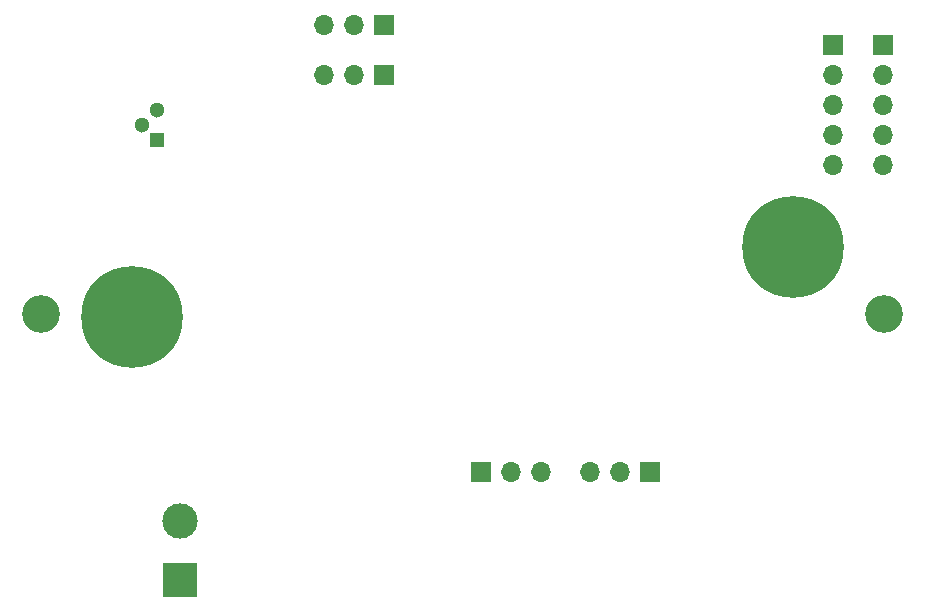
<source format=gbr>
%TF.GenerationSoftware,KiCad,Pcbnew,(5.1.12)-1*%
%TF.CreationDate,2022-02-03T12:58:41+01:00*%
%TF.ProjectId,colibri_01,636f6c69-6272-4695-9f30-312e6b696361,rev?*%
%TF.SameCoordinates,Original*%
%TF.FileFunction,Soldermask,Bot*%
%TF.FilePolarity,Negative*%
%FSLAX46Y46*%
G04 Gerber Fmt 4.6, Leading zero omitted, Abs format (unit mm)*
G04 Created by KiCad (PCBNEW (5.1.12)-1) date 2022-02-03 12:58:41*
%MOMM*%
%LPD*%
G01*
G04 APERTURE LIST*
%ADD10C,3.200000*%
%ADD11C,0.900000*%
%ADD12C,8.600000*%
%ADD13R,1.300000X1.300000*%
%ADD14C,1.300000*%
%ADD15O,1.700000X1.700000*%
%ADD16R,1.700000X1.700000*%
%ADD17C,3.000000*%
%ADD18R,3.000000X3.000000*%
G04 APERTURE END LIST*
D10*
%TO.C,C1*%
X185600000Y-91000000D03*
X114200000Y-91000000D03*
%TD*%
D11*
%TO.C,M4*%
X124230419Y-88969581D03*
X121950000Y-88025000D03*
X119669581Y-88969581D03*
X118725000Y-91250000D03*
X119669581Y-93530419D03*
X121950000Y-94475000D03*
X124230419Y-93530419D03*
X125175000Y-91250000D03*
D12*
X121950000Y-91250000D03*
%TD*%
D11*
%TO.C,M4*%
X180130419Y-83069581D03*
X177850000Y-82125000D03*
X175569581Y-83069581D03*
X174625000Y-85350000D03*
X175569581Y-87630419D03*
X177850000Y-88575000D03*
X180130419Y-87630419D03*
X181075000Y-85350000D03*
D12*
X177850000Y-85350000D03*
%TD*%
D13*
%TO.C,U2*%
X124000000Y-76250000D03*
D14*
X124000000Y-73710000D03*
X122730000Y-74980000D03*
%TD*%
D15*
%TO.C,J7*%
X185500000Y-78370000D03*
X185500000Y-75830000D03*
X185500000Y-73290000D03*
X185500000Y-70750000D03*
D16*
X185500000Y-68210000D03*
%TD*%
D15*
%TO.C,J6*%
X181250000Y-78410000D03*
X181250000Y-75870000D03*
X181250000Y-73330000D03*
X181250000Y-70790000D03*
D16*
X181250000Y-68250000D03*
%TD*%
D15*
%TO.C,J5*%
X138170000Y-66500000D03*
X140710000Y-66500000D03*
D16*
X143250000Y-66500000D03*
%TD*%
D15*
%TO.C,J4*%
X138170000Y-70750000D03*
X140710000Y-70750000D03*
D16*
X143250000Y-70750000D03*
%TD*%
D15*
%TO.C,J3*%
X156580000Y-104350000D03*
X154040000Y-104350000D03*
D16*
X151500000Y-104350000D03*
%TD*%
D15*
%TO.C,J2*%
X160670000Y-104350000D03*
X163210000Y-104350000D03*
D16*
X165750000Y-104350000D03*
%TD*%
D17*
%TO.C,J1*%
X126000000Y-108500000D03*
D18*
X126000000Y-113500000D03*
%TD*%
M02*

</source>
